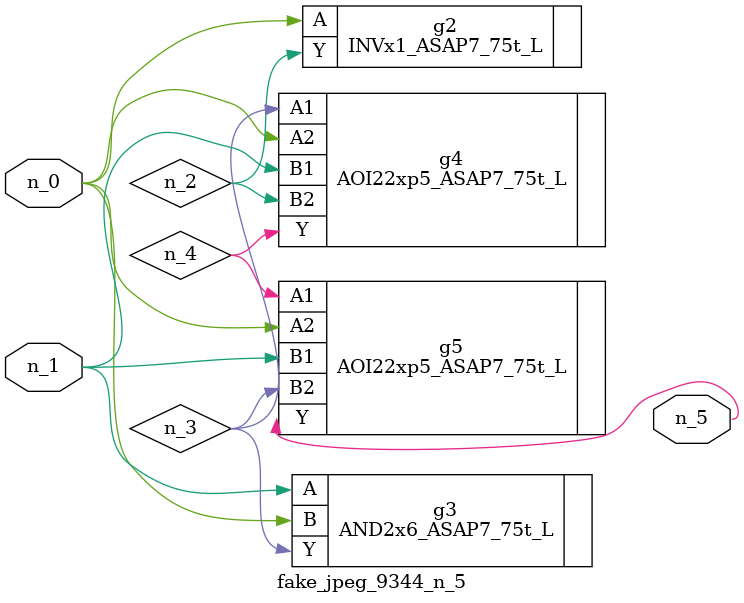
<source format=v>
module fake_jpeg_9344_n_5 (n_0, n_1, n_5);

input n_0;
input n_1;

output n_5;

wire n_2;
wire n_3;
wire n_4;

INVx1_ASAP7_75t_L g2 ( 
.A(n_0),
.Y(n_2)
);

AND2x6_ASAP7_75t_L g3 ( 
.A(n_1),
.B(n_0),
.Y(n_3)
);

AOI22xp5_ASAP7_75t_L g4 ( 
.A1(n_3),
.A2(n_0),
.B1(n_1),
.B2(n_2),
.Y(n_4)
);

AOI22xp5_ASAP7_75t_L g5 ( 
.A1(n_4),
.A2(n_0),
.B1(n_1),
.B2(n_3),
.Y(n_5)
);


endmodule
</source>
